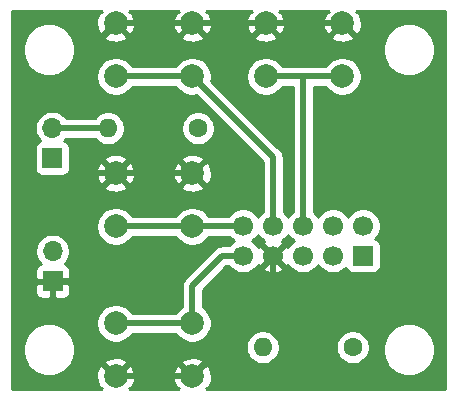
<source format=gbr>
%TF.GenerationSoftware,KiCad,Pcbnew,5.1.8-5.1.8*%
%TF.CreationDate,2022-06-15T01:07:19+02:00*%
%TF.ProjectId,FloppyEmuButtonPanel,466c6f70-7079-4456-9d75-427574746f6e,1.0*%
%TF.SameCoordinates,Original*%
%TF.FileFunction,Copper,L2,Bot*%
%TF.FilePolarity,Positive*%
%FSLAX46Y46*%
G04 Gerber Fmt 4.6, Leading zero omitted, Abs format (unit mm)*
G04 Created by KiCad (PCBNEW 5.1.8-5.1.8) date 2022-06-15 01:07:19*
%MOMM*%
%LPD*%
G01*
G04 APERTURE LIST*
%TA.AperFunction,ComponentPad*%
%ADD10C,1.700000*%
%TD*%
%TA.AperFunction,ComponentPad*%
%ADD11R,1.700000X1.700000*%
%TD*%
%TA.AperFunction,ComponentPad*%
%ADD12C,1.600000*%
%TD*%
%TA.AperFunction,ComponentPad*%
%ADD13O,1.600000X1.600000*%
%TD*%
%TA.AperFunction,ComponentPad*%
%ADD14O,1.700000X1.700000*%
%TD*%
%TA.AperFunction,ComponentPad*%
%ADD15C,2.000000*%
%TD*%
%TA.AperFunction,Conductor*%
%ADD16C,0.500000*%
%TD*%
%TA.AperFunction,Conductor*%
%ADD17C,0.250000*%
%TD*%
%TA.AperFunction,Conductor*%
%ADD18C,0.254000*%
%TD*%
%TA.AperFunction,Conductor*%
%ADD19C,0.100000*%
%TD*%
G04 APERTURE END LIST*
D10*
%TO.P,J1,10*%
%TO.N,/SELECT*%
X122555000Y-85725000D03*
%TO.P,J1,9*%
%TO.N,/NEXT*%
X122555000Y-88265000D03*
%TO.P,J1,8*%
%TO.N,/PREVIOUS*%
X125095000Y-85725000D03*
%TO.P,J1,7*%
%TO.N,GND*%
X125095000Y-88265000D03*
%TO.P,J1,6*%
%TO.N,/RESET*%
X127635000Y-85725000D03*
%TO.P,J1,5*%
%TO.N,Net-(J1-Pad5)*%
X127635000Y-88265000D03*
%TO.P,J1,4*%
%TO.N,/STATUS*%
X130175000Y-85725000D03*
%TO.P,J1,3*%
%TO.N,Net-(J1-Pad3)*%
X130175000Y-88265000D03*
%TO.P,J1,2*%
%TO.N,+5V*%
X132715000Y-85725000D03*
D11*
%TO.P,J1,1*%
%TO.N,Net-(J1-Pad1)*%
X132715000Y-88265000D03*
%TD*%
D12*
%TO.P,R2,1*%
%TO.N,+5V*%
X131826000Y-96012000D03*
D13*
%TO.P,R2,2*%
%TO.N,Net-(D2-Pad2)*%
X124206000Y-96012000D03*
%TD*%
D11*
%TO.P,D2,1*%
%TO.N,GND*%
X106426000Y-90424000D03*
D14*
%TO.P,D2,2*%
%TO.N,Net-(D2-Pad2)*%
X106426000Y-87884000D03*
%TD*%
D12*
%TO.P,R1,1*%
%TO.N,+5V*%
X118745000Y-77470000D03*
D13*
%TO.P,R1,2*%
%TO.N,Net-(D1-Pad2)*%
X111125000Y-77470000D03*
%TD*%
D11*
%TO.P,D1,1*%
%TO.N,/STATUS*%
X106400000Y-80000000D03*
D14*
%TO.P,D1,2*%
%TO.N,Net-(D1-Pad2)*%
X106400000Y-77460000D03*
%TD*%
D15*
%TO.P,SW1,1*%
%TO.N,GND*%
X118260000Y-68580000D03*
%TO.P,SW1,2*%
%TO.N,/PREVIOUS*%
X118260000Y-73080000D03*
%TO.P,SW1,1*%
%TO.N,GND*%
X111760000Y-68580000D03*
%TO.P,SW1,2*%
%TO.N,/PREVIOUS*%
X111760000Y-73080000D03*
%TD*%
%TO.P,SW2,2*%
%TO.N,/SELECT*%
X111760000Y-85780000D03*
%TO.P,SW2,1*%
%TO.N,GND*%
X111760000Y-81280000D03*
%TO.P,SW2,2*%
%TO.N,/SELECT*%
X118260000Y-85780000D03*
%TO.P,SW2,1*%
%TO.N,GND*%
X118260000Y-81280000D03*
%TD*%
%TO.P,SW3,1*%
%TO.N,/NEXT*%
X118260000Y-93980000D03*
%TO.P,SW3,2*%
%TO.N,GND*%
X118260000Y-98480000D03*
%TO.P,SW3,1*%
%TO.N,/NEXT*%
X111760000Y-93980000D03*
%TO.P,SW3,2*%
%TO.N,GND*%
X111760000Y-98480000D03*
%TD*%
%TO.P,SW4,2*%
%TO.N,/RESET*%
X124460000Y-73080000D03*
%TO.P,SW4,1*%
%TO.N,GND*%
X124460000Y-68580000D03*
%TO.P,SW4,2*%
%TO.N,/RESET*%
X130960000Y-73080000D03*
%TO.P,SW4,1*%
%TO.N,GND*%
X130960000Y-68580000D03*
%TD*%
D16*
%TO.N,/SELECT*%
X118618000Y-86138000D02*
X118260000Y-85780000D01*
X118260000Y-85780000D02*
X111760000Y-85780000D01*
X118260000Y-85780000D02*
X120341000Y-85780000D01*
X122272038Y-85780000D02*
X122441019Y-85611019D01*
X118260000Y-85780000D02*
X122272038Y-85780000D01*
%TO.N,/PREVIOUS*%
X111760000Y-73080000D02*
X118260000Y-73080000D01*
X118260000Y-73080000D02*
X124809000Y-79629000D01*
X125095000Y-85725000D02*
X125095000Y-79915000D01*
X125095000Y-79915000D02*
X124809000Y-79629000D01*
%TO.N,/RESET*%
X127635000Y-73135000D02*
X127690000Y-73080000D01*
X127635000Y-76835000D02*
X127635000Y-73135000D01*
X127690000Y-73080000D02*
X130960000Y-73080000D01*
X124460000Y-73080000D02*
X127690000Y-73080000D01*
X127635000Y-85725000D02*
X127635000Y-76835000D01*
X127635000Y-76835000D02*
X127635000Y-76255000D01*
D17*
%TO.N,GND*%
X111760000Y-68580000D02*
X124460000Y-68580000D01*
X124460000Y-68580000D02*
X130960000Y-68580000D01*
D16*
X111760000Y-68580000D02*
X130960000Y-68580000D01*
X111760000Y-98480000D02*
X118260000Y-98480000D01*
X125095000Y-91645000D02*
X125095000Y-88265000D01*
X118260000Y-98480000D02*
X125095000Y-91645000D01*
X109855000Y-81280000D02*
X114935000Y-81280000D01*
X114935000Y-81280000D02*
X118260000Y-81280000D01*
X109855000Y-96520000D02*
X109855000Y-91440000D01*
X111760000Y-98480000D02*
X109855000Y-96575000D01*
X109855000Y-96575000D02*
X109855000Y-95250000D01*
X110490000Y-69850000D02*
X111760000Y-68580000D01*
X109855000Y-74295000D02*
X109855000Y-70485000D01*
X111125000Y-75565000D02*
X109855000Y-74295000D01*
X113665000Y-75565000D02*
X111125000Y-75565000D01*
X109855000Y-70485000D02*
X110490000Y-69850000D01*
X114935000Y-76835000D02*
X113665000Y-75565000D01*
X114935000Y-81280000D02*
X114935000Y-76835000D01*
X109728000Y-90424000D02*
X109855000Y-90551000D01*
X106426000Y-90424000D02*
X109728000Y-90424000D01*
X109855000Y-90551000D02*
X109855000Y-81280000D01*
X109855000Y-91440000D02*
X109855000Y-90551000D01*
%TO.N,/NEXT*%
X118260000Y-93980000D02*
X111760000Y-93980000D01*
X118260000Y-93980000D02*
X118260000Y-90782000D01*
X122555000Y-88265000D02*
X120777000Y-88265000D01*
X118260000Y-90782000D02*
X120777000Y-88265000D01*
%TO.N,Net-(D1-Pad2)*%
X111115000Y-77460000D02*
X111125000Y-77470000D01*
X106400000Y-77460000D02*
X111115000Y-77460000D01*
%TD*%
D18*
%TO.N,GND*%
X110624585Y-67624193D02*
X110360186Y-67719956D01*
X110219296Y-68009571D01*
X110137616Y-68321108D01*
X110118282Y-68642595D01*
X110162039Y-68961675D01*
X110267205Y-69266088D01*
X110360186Y-69440044D01*
X110624587Y-69535808D01*
X111580395Y-68580000D01*
X111566253Y-68565858D01*
X111745858Y-68386253D01*
X111760000Y-68400395D01*
X111774143Y-68386253D01*
X111953748Y-68565858D01*
X111939605Y-68580000D01*
X112895413Y-69535808D01*
X113159814Y-69440044D01*
X113300704Y-69150429D01*
X113382384Y-68838892D01*
X113401718Y-68517405D01*
X113357961Y-68198325D01*
X113252795Y-67893912D01*
X113159814Y-67719956D01*
X112895415Y-67624193D01*
X112959608Y-67560000D01*
X117060392Y-67560000D01*
X117124585Y-67624193D01*
X116860186Y-67719956D01*
X116719296Y-68009571D01*
X116637616Y-68321108D01*
X116618282Y-68642595D01*
X116662039Y-68961675D01*
X116767205Y-69266088D01*
X116860186Y-69440044D01*
X117124587Y-69535808D01*
X118080395Y-68580000D01*
X118066253Y-68565858D01*
X118245858Y-68386253D01*
X118260000Y-68400395D01*
X118274143Y-68386253D01*
X118453748Y-68565858D01*
X118439605Y-68580000D01*
X119395413Y-69535808D01*
X119659814Y-69440044D01*
X119800704Y-69150429D01*
X119882384Y-68838892D01*
X119901718Y-68517405D01*
X119857961Y-68198325D01*
X119752795Y-67893912D01*
X119659814Y-67719956D01*
X119395415Y-67624193D01*
X119459608Y-67560000D01*
X123260392Y-67560000D01*
X123324585Y-67624193D01*
X123060186Y-67719956D01*
X122919296Y-68009571D01*
X122837616Y-68321108D01*
X122818282Y-68642595D01*
X122862039Y-68961675D01*
X122967205Y-69266088D01*
X123060186Y-69440044D01*
X123324587Y-69535808D01*
X124280395Y-68580000D01*
X124266253Y-68565858D01*
X124445858Y-68386253D01*
X124460000Y-68400395D01*
X124474143Y-68386253D01*
X124653748Y-68565858D01*
X124639605Y-68580000D01*
X125595413Y-69535808D01*
X125859814Y-69440044D01*
X126000704Y-69150429D01*
X126082384Y-68838892D01*
X126101718Y-68517405D01*
X126057961Y-68198325D01*
X125952795Y-67893912D01*
X125859814Y-67719956D01*
X125595415Y-67624193D01*
X125659608Y-67560000D01*
X129760392Y-67560000D01*
X129824585Y-67624193D01*
X129560186Y-67719956D01*
X129419296Y-68009571D01*
X129337616Y-68321108D01*
X129318282Y-68642595D01*
X129362039Y-68961675D01*
X129467205Y-69266088D01*
X129560186Y-69440044D01*
X129824587Y-69535808D01*
X130780395Y-68580000D01*
X130766253Y-68565858D01*
X130945858Y-68386253D01*
X130960000Y-68400395D01*
X130974143Y-68386253D01*
X131153748Y-68565858D01*
X131139605Y-68580000D01*
X132095413Y-69535808D01*
X132359814Y-69440044D01*
X132500704Y-69150429D01*
X132582384Y-68838892D01*
X132601718Y-68517405D01*
X132557961Y-68198325D01*
X132452795Y-67893912D01*
X132359814Y-67719956D01*
X132095415Y-67624193D01*
X132159608Y-67560000D01*
X139640001Y-67560000D01*
X139640000Y-99540000D01*
X119499608Y-99540000D01*
X119395415Y-99435807D01*
X119659814Y-99340044D01*
X119800704Y-99050429D01*
X119882384Y-98738892D01*
X119901718Y-98417405D01*
X119857961Y-98098325D01*
X119752795Y-97793912D01*
X119659814Y-97619956D01*
X119395413Y-97524192D01*
X118439605Y-98480000D01*
X118453748Y-98494143D01*
X118274143Y-98673748D01*
X118260000Y-98659605D01*
X118245858Y-98673748D01*
X118066253Y-98494143D01*
X118080395Y-98480000D01*
X117124587Y-97524192D01*
X116860186Y-97619956D01*
X116719296Y-97909571D01*
X116637616Y-98221108D01*
X116618282Y-98542595D01*
X116662039Y-98861675D01*
X116767205Y-99166088D01*
X116860186Y-99340044D01*
X117124585Y-99435807D01*
X117020392Y-99540000D01*
X112999608Y-99540000D01*
X112895415Y-99435807D01*
X113159814Y-99340044D01*
X113300704Y-99050429D01*
X113382384Y-98738892D01*
X113401718Y-98417405D01*
X113357961Y-98098325D01*
X113252795Y-97793912D01*
X113159814Y-97619956D01*
X112895413Y-97524192D01*
X111939605Y-98480000D01*
X111953748Y-98494143D01*
X111774143Y-98673748D01*
X111760000Y-98659605D01*
X111745858Y-98673748D01*
X111566253Y-98494143D01*
X111580395Y-98480000D01*
X110624587Y-97524192D01*
X110360186Y-97619956D01*
X110219296Y-97909571D01*
X110137616Y-98221108D01*
X110118282Y-98542595D01*
X110162039Y-98861675D01*
X110267205Y-99166088D01*
X110360186Y-99340044D01*
X110624585Y-99435807D01*
X110520392Y-99540000D01*
X103022000Y-99540000D01*
X103022000Y-96009872D01*
X103885000Y-96009872D01*
X103885000Y-96450128D01*
X103970890Y-96881925D01*
X104139369Y-97288669D01*
X104383962Y-97654729D01*
X104695271Y-97966038D01*
X105061331Y-98210631D01*
X105468075Y-98379110D01*
X105899872Y-98465000D01*
X106340128Y-98465000D01*
X106771925Y-98379110D01*
X107178669Y-98210631D01*
X107544729Y-97966038D01*
X107856038Y-97654729D01*
X108063267Y-97344587D01*
X110804192Y-97344587D01*
X111760000Y-98300395D01*
X112715808Y-97344587D01*
X117304192Y-97344587D01*
X118260000Y-98300395D01*
X119215808Y-97344587D01*
X119120044Y-97080186D01*
X118830429Y-96939296D01*
X118518892Y-96857616D01*
X118197405Y-96838282D01*
X117878325Y-96882039D01*
X117573912Y-96987205D01*
X117399956Y-97080186D01*
X117304192Y-97344587D01*
X112715808Y-97344587D01*
X112620044Y-97080186D01*
X112330429Y-96939296D01*
X112018892Y-96857616D01*
X111697405Y-96838282D01*
X111378325Y-96882039D01*
X111073912Y-96987205D01*
X110899956Y-97080186D01*
X110804192Y-97344587D01*
X108063267Y-97344587D01*
X108100631Y-97288669D01*
X108269110Y-96881925D01*
X108355000Y-96450128D01*
X108355000Y-96009872D01*
X108327310Y-95870665D01*
X122771000Y-95870665D01*
X122771000Y-96153335D01*
X122826147Y-96430574D01*
X122934320Y-96691727D01*
X123091363Y-96926759D01*
X123291241Y-97126637D01*
X123526273Y-97283680D01*
X123787426Y-97391853D01*
X124064665Y-97447000D01*
X124347335Y-97447000D01*
X124624574Y-97391853D01*
X124885727Y-97283680D01*
X125120759Y-97126637D01*
X125320637Y-96926759D01*
X125477680Y-96691727D01*
X125585853Y-96430574D01*
X125641000Y-96153335D01*
X125641000Y-95870665D01*
X130391000Y-95870665D01*
X130391000Y-96153335D01*
X130446147Y-96430574D01*
X130554320Y-96691727D01*
X130711363Y-96926759D01*
X130911241Y-97126637D01*
X131146273Y-97283680D01*
X131407426Y-97391853D01*
X131684665Y-97447000D01*
X131967335Y-97447000D01*
X132244574Y-97391853D01*
X132505727Y-97283680D01*
X132740759Y-97126637D01*
X132940637Y-96926759D01*
X133097680Y-96691727D01*
X133205853Y-96430574D01*
X133261000Y-96153335D01*
X133261000Y-96009872D01*
X134365000Y-96009872D01*
X134365000Y-96450128D01*
X134450890Y-96881925D01*
X134619369Y-97288669D01*
X134863962Y-97654729D01*
X135175271Y-97966038D01*
X135541331Y-98210631D01*
X135948075Y-98379110D01*
X136379872Y-98465000D01*
X136820128Y-98465000D01*
X137251925Y-98379110D01*
X137658669Y-98210631D01*
X138024729Y-97966038D01*
X138336038Y-97654729D01*
X138580631Y-97288669D01*
X138749110Y-96881925D01*
X138835000Y-96450128D01*
X138835000Y-96009872D01*
X138749110Y-95578075D01*
X138580631Y-95171331D01*
X138336038Y-94805271D01*
X138024729Y-94493962D01*
X137658669Y-94249369D01*
X137251925Y-94080890D01*
X136820128Y-93995000D01*
X136379872Y-93995000D01*
X135948075Y-94080890D01*
X135541331Y-94249369D01*
X135175271Y-94493962D01*
X134863962Y-94805271D01*
X134619369Y-95171331D01*
X134450890Y-95578075D01*
X134365000Y-96009872D01*
X133261000Y-96009872D01*
X133261000Y-95870665D01*
X133205853Y-95593426D01*
X133097680Y-95332273D01*
X132940637Y-95097241D01*
X132740759Y-94897363D01*
X132505727Y-94740320D01*
X132244574Y-94632147D01*
X131967335Y-94577000D01*
X131684665Y-94577000D01*
X131407426Y-94632147D01*
X131146273Y-94740320D01*
X130911241Y-94897363D01*
X130711363Y-95097241D01*
X130554320Y-95332273D01*
X130446147Y-95593426D01*
X130391000Y-95870665D01*
X125641000Y-95870665D01*
X125585853Y-95593426D01*
X125477680Y-95332273D01*
X125320637Y-95097241D01*
X125120759Y-94897363D01*
X124885727Y-94740320D01*
X124624574Y-94632147D01*
X124347335Y-94577000D01*
X124064665Y-94577000D01*
X123787426Y-94632147D01*
X123526273Y-94740320D01*
X123291241Y-94897363D01*
X123091363Y-95097241D01*
X122934320Y-95332273D01*
X122826147Y-95593426D01*
X122771000Y-95870665D01*
X108327310Y-95870665D01*
X108269110Y-95578075D01*
X108100631Y-95171331D01*
X107856038Y-94805271D01*
X107544729Y-94493962D01*
X107178669Y-94249369D01*
X106771925Y-94080890D01*
X106340128Y-93995000D01*
X105899872Y-93995000D01*
X105468075Y-94080890D01*
X105061331Y-94249369D01*
X104695271Y-94493962D01*
X104383962Y-94805271D01*
X104139369Y-95171331D01*
X103970890Y-95578075D01*
X103885000Y-96009872D01*
X103022000Y-96009872D01*
X103022000Y-91274000D01*
X104937928Y-91274000D01*
X104950188Y-91398482D01*
X104986498Y-91518180D01*
X105045463Y-91628494D01*
X105124815Y-91725185D01*
X105221506Y-91804537D01*
X105331820Y-91863502D01*
X105451518Y-91899812D01*
X105576000Y-91912072D01*
X106140250Y-91909000D01*
X106299000Y-91750250D01*
X106299000Y-90551000D01*
X106553000Y-90551000D01*
X106553000Y-91750250D01*
X106711750Y-91909000D01*
X107276000Y-91912072D01*
X107400482Y-91899812D01*
X107520180Y-91863502D01*
X107630494Y-91804537D01*
X107727185Y-91725185D01*
X107806537Y-91628494D01*
X107865502Y-91518180D01*
X107901812Y-91398482D01*
X107914072Y-91274000D01*
X107911000Y-90709750D01*
X107752250Y-90551000D01*
X106553000Y-90551000D01*
X106299000Y-90551000D01*
X105099750Y-90551000D01*
X104941000Y-90709750D01*
X104937928Y-91274000D01*
X103022000Y-91274000D01*
X103022000Y-89574000D01*
X104937928Y-89574000D01*
X104941000Y-90138250D01*
X105099750Y-90297000D01*
X106299000Y-90297000D01*
X106299000Y-90277000D01*
X106553000Y-90277000D01*
X106553000Y-90297000D01*
X107752250Y-90297000D01*
X107911000Y-90138250D01*
X107914072Y-89574000D01*
X107901812Y-89449518D01*
X107865502Y-89329820D01*
X107806537Y-89219506D01*
X107727185Y-89122815D01*
X107630494Y-89043463D01*
X107520180Y-88984498D01*
X107447620Y-88962487D01*
X107579475Y-88830632D01*
X107741990Y-88587411D01*
X107853932Y-88317158D01*
X107911000Y-88030260D01*
X107911000Y-87737740D01*
X107853932Y-87450842D01*
X107741990Y-87180589D01*
X107579475Y-86937368D01*
X107372632Y-86730525D01*
X107129411Y-86568010D01*
X106859158Y-86456068D01*
X106572260Y-86399000D01*
X106279740Y-86399000D01*
X105992842Y-86456068D01*
X105722589Y-86568010D01*
X105479368Y-86730525D01*
X105272525Y-86937368D01*
X105110010Y-87180589D01*
X104998068Y-87450842D01*
X104941000Y-87737740D01*
X104941000Y-88030260D01*
X104998068Y-88317158D01*
X105110010Y-88587411D01*
X105272525Y-88830632D01*
X105404380Y-88962487D01*
X105331820Y-88984498D01*
X105221506Y-89043463D01*
X105124815Y-89122815D01*
X105045463Y-89219506D01*
X104986498Y-89329820D01*
X104950188Y-89449518D01*
X104937928Y-89574000D01*
X103022000Y-89574000D01*
X103022000Y-82415413D01*
X110804192Y-82415413D01*
X110899956Y-82679814D01*
X111189571Y-82820704D01*
X111501108Y-82902384D01*
X111822595Y-82921718D01*
X112141675Y-82877961D01*
X112446088Y-82772795D01*
X112620044Y-82679814D01*
X112715808Y-82415413D01*
X117304192Y-82415413D01*
X117399956Y-82679814D01*
X117689571Y-82820704D01*
X118001108Y-82902384D01*
X118322595Y-82921718D01*
X118641675Y-82877961D01*
X118946088Y-82772795D01*
X119120044Y-82679814D01*
X119215808Y-82415413D01*
X118260000Y-81459605D01*
X117304192Y-82415413D01*
X112715808Y-82415413D01*
X111760000Y-81459605D01*
X110804192Y-82415413D01*
X103022000Y-82415413D01*
X103022000Y-79150000D01*
X104911928Y-79150000D01*
X104911928Y-80850000D01*
X104924188Y-80974482D01*
X104960498Y-81094180D01*
X105019463Y-81204494D01*
X105098815Y-81301185D01*
X105195506Y-81380537D01*
X105305820Y-81439502D01*
X105425518Y-81475812D01*
X105550000Y-81488072D01*
X107250000Y-81488072D01*
X107374482Y-81475812D01*
X107494180Y-81439502D01*
X107604494Y-81380537D01*
X107650726Y-81342595D01*
X110118282Y-81342595D01*
X110162039Y-81661675D01*
X110267205Y-81966088D01*
X110360186Y-82140044D01*
X110624587Y-82235808D01*
X111580395Y-81280000D01*
X111939605Y-81280000D01*
X112895413Y-82235808D01*
X113159814Y-82140044D01*
X113300704Y-81850429D01*
X113382384Y-81538892D01*
X113394189Y-81342595D01*
X116618282Y-81342595D01*
X116662039Y-81661675D01*
X116767205Y-81966088D01*
X116860186Y-82140044D01*
X117124587Y-82235808D01*
X118080395Y-81280000D01*
X118439605Y-81280000D01*
X119395413Y-82235808D01*
X119659814Y-82140044D01*
X119800704Y-81850429D01*
X119882384Y-81538892D01*
X119901718Y-81217405D01*
X119857961Y-80898325D01*
X119752795Y-80593912D01*
X119659814Y-80419956D01*
X119395413Y-80324192D01*
X118439605Y-81280000D01*
X118080395Y-81280000D01*
X117124587Y-80324192D01*
X116860186Y-80419956D01*
X116719296Y-80709571D01*
X116637616Y-81021108D01*
X116618282Y-81342595D01*
X113394189Y-81342595D01*
X113401718Y-81217405D01*
X113357961Y-80898325D01*
X113252795Y-80593912D01*
X113159814Y-80419956D01*
X112895413Y-80324192D01*
X111939605Y-81280000D01*
X111580395Y-81280000D01*
X110624587Y-80324192D01*
X110360186Y-80419956D01*
X110219296Y-80709571D01*
X110137616Y-81021108D01*
X110118282Y-81342595D01*
X107650726Y-81342595D01*
X107701185Y-81301185D01*
X107780537Y-81204494D01*
X107839502Y-81094180D01*
X107875812Y-80974482D01*
X107888072Y-80850000D01*
X107888072Y-80144587D01*
X110804192Y-80144587D01*
X111760000Y-81100395D01*
X112715808Y-80144587D01*
X117304192Y-80144587D01*
X118260000Y-81100395D01*
X119215808Y-80144587D01*
X119120044Y-79880186D01*
X118830429Y-79739296D01*
X118518892Y-79657616D01*
X118197405Y-79638282D01*
X117878325Y-79682039D01*
X117573912Y-79787205D01*
X117399956Y-79880186D01*
X117304192Y-80144587D01*
X112715808Y-80144587D01*
X112620044Y-79880186D01*
X112330429Y-79739296D01*
X112018892Y-79657616D01*
X111697405Y-79638282D01*
X111378325Y-79682039D01*
X111073912Y-79787205D01*
X110899956Y-79880186D01*
X110804192Y-80144587D01*
X107888072Y-80144587D01*
X107888072Y-79150000D01*
X107875812Y-79025518D01*
X107839502Y-78905820D01*
X107780537Y-78795506D01*
X107701185Y-78698815D01*
X107604494Y-78619463D01*
X107494180Y-78560498D01*
X107421620Y-78538487D01*
X107553475Y-78406632D01*
X107594656Y-78345000D01*
X109983797Y-78345000D01*
X110010363Y-78384759D01*
X110210241Y-78584637D01*
X110445273Y-78741680D01*
X110706426Y-78849853D01*
X110983665Y-78905000D01*
X111266335Y-78905000D01*
X111543574Y-78849853D01*
X111804727Y-78741680D01*
X112039759Y-78584637D01*
X112239637Y-78384759D01*
X112396680Y-78149727D01*
X112504853Y-77888574D01*
X112560000Y-77611335D01*
X112560000Y-77328665D01*
X117310000Y-77328665D01*
X117310000Y-77611335D01*
X117365147Y-77888574D01*
X117473320Y-78149727D01*
X117630363Y-78384759D01*
X117830241Y-78584637D01*
X118065273Y-78741680D01*
X118326426Y-78849853D01*
X118603665Y-78905000D01*
X118886335Y-78905000D01*
X119163574Y-78849853D01*
X119424727Y-78741680D01*
X119659759Y-78584637D01*
X119859637Y-78384759D01*
X120016680Y-78149727D01*
X120124853Y-77888574D01*
X120180000Y-77611335D01*
X120180000Y-77328665D01*
X120124853Y-77051426D01*
X120016680Y-76790273D01*
X119859637Y-76555241D01*
X119659759Y-76355363D01*
X119424727Y-76198320D01*
X119163574Y-76090147D01*
X118886335Y-76035000D01*
X118603665Y-76035000D01*
X118326426Y-76090147D01*
X118065273Y-76198320D01*
X117830241Y-76355363D01*
X117630363Y-76555241D01*
X117473320Y-76790273D01*
X117365147Y-77051426D01*
X117310000Y-77328665D01*
X112560000Y-77328665D01*
X112504853Y-77051426D01*
X112396680Y-76790273D01*
X112239637Y-76555241D01*
X112039759Y-76355363D01*
X111804727Y-76198320D01*
X111543574Y-76090147D01*
X111266335Y-76035000D01*
X110983665Y-76035000D01*
X110706426Y-76090147D01*
X110445273Y-76198320D01*
X110210241Y-76355363D01*
X110010363Y-76555241D01*
X109997160Y-76575000D01*
X107594656Y-76575000D01*
X107553475Y-76513368D01*
X107346632Y-76306525D01*
X107103411Y-76144010D01*
X106833158Y-76032068D01*
X106546260Y-75975000D01*
X106253740Y-75975000D01*
X105966842Y-76032068D01*
X105696589Y-76144010D01*
X105453368Y-76306525D01*
X105246525Y-76513368D01*
X105084010Y-76756589D01*
X104972068Y-77026842D01*
X104915000Y-77313740D01*
X104915000Y-77606260D01*
X104972068Y-77893158D01*
X105084010Y-78163411D01*
X105246525Y-78406632D01*
X105378380Y-78538487D01*
X105305820Y-78560498D01*
X105195506Y-78619463D01*
X105098815Y-78698815D01*
X105019463Y-78795506D01*
X104960498Y-78905820D01*
X104924188Y-79025518D01*
X104911928Y-79150000D01*
X103022000Y-79150000D01*
X103022000Y-70609872D01*
X103885000Y-70609872D01*
X103885000Y-71050128D01*
X103970890Y-71481925D01*
X104139369Y-71888669D01*
X104383962Y-72254729D01*
X104695271Y-72566038D01*
X105061331Y-72810631D01*
X105468075Y-72979110D01*
X105899872Y-73065000D01*
X106340128Y-73065000D01*
X106771925Y-72979110D01*
X106917122Y-72918967D01*
X110125000Y-72918967D01*
X110125000Y-73241033D01*
X110187832Y-73556912D01*
X110311082Y-73854463D01*
X110490013Y-74122252D01*
X110717748Y-74349987D01*
X110985537Y-74528918D01*
X111283088Y-74652168D01*
X111598967Y-74715000D01*
X111921033Y-74715000D01*
X112236912Y-74652168D01*
X112534463Y-74528918D01*
X112802252Y-74349987D01*
X113029987Y-74122252D01*
X113135059Y-73965000D01*
X116884941Y-73965000D01*
X116990013Y-74122252D01*
X117217748Y-74349987D01*
X117485537Y-74528918D01*
X117783088Y-74652168D01*
X118098967Y-74715000D01*
X118421033Y-74715000D01*
X118606525Y-74678103D01*
X124210001Y-80281580D01*
X124210000Y-84530344D01*
X124148368Y-84571525D01*
X123941525Y-84778368D01*
X123825000Y-84952760D01*
X123708475Y-84778368D01*
X123501632Y-84571525D01*
X123258411Y-84409010D01*
X122988158Y-84297068D01*
X122701260Y-84240000D01*
X122408740Y-84240000D01*
X122121842Y-84297068D01*
X121851589Y-84409010D01*
X121608368Y-84571525D01*
X121401525Y-84778368D01*
X121323594Y-84895000D01*
X119635059Y-84895000D01*
X119529987Y-84737748D01*
X119302252Y-84510013D01*
X119034463Y-84331082D01*
X118736912Y-84207832D01*
X118421033Y-84145000D01*
X118098967Y-84145000D01*
X117783088Y-84207832D01*
X117485537Y-84331082D01*
X117217748Y-84510013D01*
X116990013Y-84737748D01*
X116884941Y-84895000D01*
X113135059Y-84895000D01*
X113029987Y-84737748D01*
X112802252Y-84510013D01*
X112534463Y-84331082D01*
X112236912Y-84207832D01*
X111921033Y-84145000D01*
X111598967Y-84145000D01*
X111283088Y-84207832D01*
X110985537Y-84331082D01*
X110717748Y-84510013D01*
X110490013Y-84737748D01*
X110311082Y-85005537D01*
X110187832Y-85303088D01*
X110125000Y-85618967D01*
X110125000Y-85941033D01*
X110187832Y-86256912D01*
X110311082Y-86554463D01*
X110490013Y-86822252D01*
X110717748Y-87049987D01*
X110985537Y-87228918D01*
X111283088Y-87352168D01*
X111598967Y-87415000D01*
X111921033Y-87415000D01*
X112236912Y-87352168D01*
X112534463Y-87228918D01*
X112802252Y-87049987D01*
X113029987Y-86822252D01*
X113135059Y-86665000D01*
X116884941Y-86665000D01*
X116990013Y-86822252D01*
X117217748Y-87049987D01*
X117485537Y-87228918D01*
X117783088Y-87352168D01*
X118098967Y-87415000D01*
X118421033Y-87415000D01*
X118736912Y-87352168D01*
X119034463Y-87228918D01*
X119302252Y-87049987D01*
X119529987Y-86822252D01*
X119635059Y-86665000D01*
X121397094Y-86665000D01*
X121401525Y-86671632D01*
X121608368Y-86878475D01*
X121782760Y-86995000D01*
X121608368Y-87111525D01*
X121401525Y-87318368D01*
X121360344Y-87380000D01*
X120820469Y-87380000D01*
X120777000Y-87375719D01*
X120733531Y-87380000D01*
X120733523Y-87380000D01*
X120603510Y-87392805D01*
X120436686Y-87443411D01*
X120282941Y-87525589D01*
X120181953Y-87608468D01*
X120181951Y-87608470D01*
X120148183Y-87636183D01*
X120120470Y-87669951D01*
X117664951Y-90125471D01*
X117631184Y-90153183D01*
X117603471Y-90186951D01*
X117603468Y-90186954D01*
X117520590Y-90287941D01*
X117438412Y-90441687D01*
X117387805Y-90608510D01*
X117370719Y-90782000D01*
X117375001Y-90825479D01*
X117375000Y-92604940D01*
X117217748Y-92710013D01*
X116990013Y-92937748D01*
X116884941Y-93095000D01*
X113135059Y-93095000D01*
X113029987Y-92937748D01*
X112802252Y-92710013D01*
X112534463Y-92531082D01*
X112236912Y-92407832D01*
X111921033Y-92345000D01*
X111598967Y-92345000D01*
X111283088Y-92407832D01*
X110985537Y-92531082D01*
X110717748Y-92710013D01*
X110490013Y-92937748D01*
X110311082Y-93205537D01*
X110187832Y-93503088D01*
X110125000Y-93818967D01*
X110125000Y-94141033D01*
X110187832Y-94456912D01*
X110311082Y-94754463D01*
X110490013Y-95022252D01*
X110717748Y-95249987D01*
X110985537Y-95428918D01*
X111283088Y-95552168D01*
X111598967Y-95615000D01*
X111921033Y-95615000D01*
X112236912Y-95552168D01*
X112534463Y-95428918D01*
X112802252Y-95249987D01*
X113029987Y-95022252D01*
X113135059Y-94865000D01*
X116884941Y-94865000D01*
X116990013Y-95022252D01*
X117217748Y-95249987D01*
X117485537Y-95428918D01*
X117783088Y-95552168D01*
X118098967Y-95615000D01*
X118421033Y-95615000D01*
X118736912Y-95552168D01*
X119034463Y-95428918D01*
X119302252Y-95249987D01*
X119529987Y-95022252D01*
X119708918Y-94754463D01*
X119832168Y-94456912D01*
X119895000Y-94141033D01*
X119895000Y-93818967D01*
X119832168Y-93503088D01*
X119708918Y-93205537D01*
X119529987Y-92937748D01*
X119302252Y-92710013D01*
X119145000Y-92604941D01*
X119145000Y-91148578D01*
X121143579Y-89150000D01*
X121360344Y-89150000D01*
X121401525Y-89211632D01*
X121608368Y-89418475D01*
X121851589Y-89580990D01*
X122121842Y-89692932D01*
X122408740Y-89750000D01*
X122701260Y-89750000D01*
X122988158Y-89692932D01*
X123258411Y-89580990D01*
X123501632Y-89418475D01*
X123626710Y-89293397D01*
X124246208Y-89293397D01*
X124323843Y-89542472D01*
X124587883Y-89668371D01*
X124871411Y-89740339D01*
X125163531Y-89755611D01*
X125453019Y-89713599D01*
X125728747Y-89615919D01*
X125866157Y-89542472D01*
X125943792Y-89293397D01*
X125095000Y-88444605D01*
X124246208Y-89293397D01*
X123626710Y-89293397D01*
X123708475Y-89211632D01*
X123824311Y-89038271D01*
X124066603Y-89113792D01*
X124915395Y-88265000D01*
X124066603Y-87416208D01*
X123824311Y-87491729D01*
X123708475Y-87318368D01*
X123501632Y-87111525D01*
X123327240Y-86995000D01*
X123501632Y-86878475D01*
X123708475Y-86671632D01*
X123825000Y-86497240D01*
X123941525Y-86671632D01*
X124148368Y-86878475D01*
X124321729Y-86994311D01*
X124246208Y-87236603D01*
X125095000Y-88085395D01*
X125943792Y-87236603D01*
X125868271Y-86994311D01*
X126041632Y-86878475D01*
X126248475Y-86671632D01*
X126365000Y-86497240D01*
X126481525Y-86671632D01*
X126688368Y-86878475D01*
X126862760Y-86995000D01*
X126688368Y-87111525D01*
X126481525Y-87318368D01*
X126365689Y-87491729D01*
X126123397Y-87416208D01*
X125274605Y-88265000D01*
X126123397Y-89113792D01*
X126365689Y-89038271D01*
X126481525Y-89211632D01*
X126688368Y-89418475D01*
X126931589Y-89580990D01*
X127201842Y-89692932D01*
X127488740Y-89750000D01*
X127781260Y-89750000D01*
X128068158Y-89692932D01*
X128338411Y-89580990D01*
X128581632Y-89418475D01*
X128788475Y-89211632D01*
X128905000Y-89037240D01*
X129021525Y-89211632D01*
X129228368Y-89418475D01*
X129471589Y-89580990D01*
X129741842Y-89692932D01*
X130028740Y-89750000D01*
X130321260Y-89750000D01*
X130608158Y-89692932D01*
X130878411Y-89580990D01*
X131121632Y-89418475D01*
X131253487Y-89286620D01*
X131275498Y-89359180D01*
X131334463Y-89469494D01*
X131413815Y-89566185D01*
X131510506Y-89645537D01*
X131620820Y-89704502D01*
X131740518Y-89740812D01*
X131865000Y-89753072D01*
X133565000Y-89753072D01*
X133689482Y-89740812D01*
X133809180Y-89704502D01*
X133919494Y-89645537D01*
X134016185Y-89566185D01*
X134095537Y-89469494D01*
X134154502Y-89359180D01*
X134190812Y-89239482D01*
X134203072Y-89115000D01*
X134203072Y-87415000D01*
X134190812Y-87290518D01*
X134154502Y-87170820D01*
X134095537Y-87060506D01*
X134016185Y-86963815D01*
X133919494Y-86884463D01*
X133809180Y-86825498D01*
X133736620Y-86803487D01*
X133868475Y-86671632D01*
X134030990Y-86428411D01*
X134142932Y-86158158D01*
X134200000Y-85871260D01*
X134200000Y-85578740D01*
X134142932Y-85291842D01*
X134030990Y-85021589D01*
X133868475Y-84778368D01*
X133661632Y-84571525D01*
X133418411Y-84409010D01*
X133148158Y-84297068D01*
X132861260Y-84240000D01*
X132568740Y-84240000D01*
X132281842Y-84297068D01*
X132011589Y-84409010D01*
X131768368Y-84571525D01*
X131561525Y-84778368D01*
X131445000Y-84952760D01*
X131328475Y-84778368D01*
X131121632Y-84571525D01*
X130878411Y-84409010D01*
X130608158Y-84297068D01*
X130321260Y-84240000D01*
X130028740Y-84240000D01*
X129741842Y-84297068D01*
X129471589Y-84409010D01*
X129228368Y-84571525D01*
X129021525Y-84778368D01*
X128905000Y-84952760D01*
X128788475Y-84778368D01*
X128581632Y-84571525D01*
X128520000Y-84530344D01*
X128520000Y-73965000D01*
X129584941Y-73965000D01*
X129690013Y-74122252D01*
X129917748Y-74349987D01*
X130185537Y-74528918D01*
X130483088Y-74652168D01*
X130798967Y-74715000D01*
X131121033Y-74715000D01*
X131436912Y-74652168D01*
X131734463Y-74528918D01*
X132002252Y-74349987D01*
X132229987Y-74122252D01*
X132408918Y-73854463D01*
X132532168Y-73556912D01*
X132595000Y-73241033D01*
X132595000Y-72918967D01*
X132532168Y-72603088D01*
X132408918Y-72305537D01*
X132229987Y-72037748D01*
X132002252Y-71810013D01*
X131734463Y-71631082D01*
X131436912Y-71507832D01*
X131121033Y-71445000D01*
X130798967Y-71445000D01*
X130483088Y-71507832D01*
X130185537Y-71631082D01*
X129917748Y-71810013D01*
X129690013Y-72037748D01*
X129584941Y-72195000D01*
X127733469Y-72195000D01*
X127690000Y-72190719D01*
X127646531Y-72195000D01*
X125835059Y-72195000D01*
X125729987Y-72037748D01*
X125502252Y-71810013D01*
X125234463Y-71631082D01*
X124936912Y-71507832D01*
X124621033Y-71445000D01*
X124298967Y-71445000D01*
X123983088Y-71507832D01*
X123685537Y-71631082D01*
X123417748Y-71810013D01*
X123190013Y-72037748D01*
X123011082Y-72305537D01*
X122887832Y-72603088D01*
X122825000Y-72918967D01*
X122825000Y-73241033D01*
X122887832Y-73556912D01*
X123011082Y-73854463D01*
X123190013Y-74122252D01*
X123417748Y-74349987D01*
X123685537Y-74528918D01*
X123983088Y-74652168D01*
X124298967Y-74715000D01*
X124621033Y-74715000D01*
X124936912Y-74652168D01*
X125234463Y-74528918D01*
X125502252Y-74349987D01*
X125729987Y-74122252D01*
X125835059Y-73965000D01*
X126750001Y-73965000D01*
X126750000Y-76211521D01*
X126750000Y-76878476D01*
X126750001Y-76878486D01*
X126750000Y-84530344D01*
X126688368Y-84571525D01*
X126481525Y-84778368D01*
X126365000Y-84952760D01*
X126248475Y-84778368D01*
X126041632Y-84571525D01*
X125980000Y-84530344D01*
X125980000Y-79958466D01*
X125984281Y-79914999D01*
X125980000Y-79871533D01*
X125980000Y-79871523D01*
X125967195Y-79741510D01*
X125916589Y-79574687D01*
X125834411Y-79420941D01*
X125723817Y-79286183D01*
X125690044Y-79258466D01*
X125465537Y-79033959D01*
X125465532Y-79033953D01*
X119858103Y-73426525D01*
X119895000Y-73241033D01*
X119895000Y-72918967D01*
X119832168Y-72603088D01*
X119708918Y-72305537D01*
X119529987Y-72037748D01*
X119302252Y-71810013D01*
X119034463Y-71631082D01*
X118736912Y-71507832D01*
X118421033Y-71445000D01*
X118098967Y-71445000D01*
X117783088Y-71507832D01*
X117485537Y-71631082D01*
X117217748Y-71810013D01*
X116990013Y-72037748D01*
X116884941Y-72195000D01*
X113135059Y-72195000D01*
X113029987Y-72037748D01*
X112802252Y-71810013D01*
X112534463Y-71631082D01*
X112236912Y-71507832D01*
X111921033Y-71445000D01*
X111598967Y-71445000D01*
X111283088Y-71507832D01*
X110985537Y-71631082D01*
X110717748Y-71810013D01*
X110490013Y-72037748D01*
X110311082Y-72305537D01*
X110187832Y-72603088D01*
X110125000Y-72918967D01*
X106917122Y-72918967D01*
X107178669Y-72810631D01*
X107544729Y-72566038D01*
X107856038Y-72254729D01*
X108100631Y-71888669D01*
X108269110Y-71481925D01*
X108355000Y-71050128D01*
X108355000Y-70609872D01*
X134365000Y-70609872D01*
X134365000Y-71050128D01*
X134450890Y-71481925D01*
X134619369Y-71888669D01*
X134863962Y-72254729D01*
X135175271Y-72566038D01*
X135541331Y-72810631D01*
X135948075Y-72979110D01*
X136379872Y-73065000D01*
X136820128Y-73065000D01*
X137251925Y-72979110D01*
X137658669Y-72810631D01*
X138024729Y-72566038D01*
X138336038Y-72254729D01*
X138580631Y-71888669D01*
X138749110Y-71481925D01*
X138835000Y-71050128D01*
X138835000Y-70609872D01*
X138749110Y-70178075D01*
X138580631Y-69771331D01*
X138336038Y-69405271D01*
X138024729Y-69093962D01*
X137658669Y-68849369D01*
X137251925Y-68680890D01*
X136820128Y-68595000D01*
X136379872Y-68595000D01*
X135948075Y-68680890D01*
X135541331Y-68849369D01*
X135175271Y-69093962D01*
X134863962Y-69405271D01*
X134619369Y-69771331D01*
X134450890Y-70178075D01*
X134365000Y-70609872D01*
X108355000Y-70609872D01*
X108269110Y-70178075D01*
X108100631Y-69771331D01*
X108063268Y-69715413D01*
X110804192Y-69715413D01*
X110899956Y-69979814D01*
X111189571Y-70120704D01*
X111501108Y-70202384D01*
X111822595Y-70221718D01*
X112141675Y-70177961D01*
X112446088Y-70072795D01*
X112620044Y-69979814D01*
X112715808Y-69715413D01*
X117304192Y-69715413D01*
X117399956Y-69979814D01*
X117689571Y-70120704D01*
X118001108Y-70202384D01*
X118322595Y-70221718D01*
X118641675Y-70177961D01*
X118946088Y-70072795D01*
X119120044Y-69979814D01*
X119215808Y-69715413D01*
X123504192Y-69715413D01*
X123599956Y-69979814D01*
X123889571Y-70120704D01*
X124201108Y-70202384D01*
X124522595Y-70221718D01*
X124841675Y-70177961D01*
X125146088Y-70072795D01*
X125320044Y-69979814D01*
X125415808Y-69715413D01*
X130004192Y-69715413D01*
X130099956Y-69979814D01*
X130389571Y-70120704D01*
X130701108Y-70202384D01*
X131022595Y-70221718D01*
X131341675Y-70177961D01*
X131646088Y-70072795D01*
X131820044Y-69979814D01*
X131915808Y-69715413D01*
X130960000Y-68759605D01*
X130004192Y-69715413D01*
X125415808Y-69715413D01*
X124460000Y-68759605D01*
X123504192Y-69715413D01*
X119215808Y-69715413D01*
X118260000Y-68759605D01*
X117304192Y-69715413D01*
X112715808Y-69715413D01*
X111760000Y-68759605D01*
X110804192Y-69715413D01*
X108063268Y-69715413D01*
X107856038Y-69405271D01*
X107544729Y-69093962D01*
X107178669Y-68849369D01*
X106771925Y-68680890D01*
X106340128Y-68595000D01*
X105899872Y-68595000D01*
X105468075Y-68680890D01*
X105061331Y-68849369D01*
X104695271Y-69093962D01*
X104383962Y-69405271D01*
X104139369Y-69771331D01*
X103970890Y-70178075D01*
X103885000Y-70609872D01*
X103022000Y-70609872D01*
X103022000Y-67560000D01*
X110560392Y-67560000D01*
X110624585Y-67624193D01*
%TA.AperFunction,Conductor*%
D19*
G36*
X110624585Y-67624193D02*
G01*
X110360186Y-67719956D01*
X110219296Y-68009571D01*
X110137616Y-68321108D01*
X110118282Y-68642595D01*
X110162039Y-68961675D01*
X110267205Y-69266088D01*
X110360186Y-69440044D01*
X110624587Y-69535808D01*
X111580395Y-68580000D01*
X111566253Y-68565858D01*
X111745858Y-68386253D01*
X111760000Y-68400395D01*
X111774143Y-68386253D01*
X111953748Y-68565858D01*
X111939605Y-68580000D01*
X112895413Y-69535808D01*
X113159814Y-69440044D01*
X113300704Y-69150429D01*
X113382384Y-68838892D01*
X113401718Y-68517405D01*
X113357961Y-68198325D01*
X113252795Y-67893912D01*
X113159814Y-67719956D01*
X112895415Y-67624193D01*
X112959608Y-67560000D01*
X117060392Y-67560000D01*
X117124585Y-67624193D01*
X116860186Y-67719956D01*
X116719296Y-68009571D01*
X116637616Y-68321108D01*
X116618282Y-68642595D01*
X116662039Y-68961675D01*
X116767205Y-69266088D01*
X116860186Y-69440044D01*
X117124587Y-69535808D01*
X118080395Y-68580000D01*
X118066253Y-68565858D01*
X118245858Y-68386253D01*
X118260000Y-68400395D01*
X118274143Y-68386253D01*
X118453748Y-68565858D01*
X118439605Y-68580000D01*
X119395413Y-69535808D01*
X119659814Y-69440044D01*
X119800704Y-69150429D01*
X119882384Y-68838892D01*
X119901718Y-68517405D01*
X119857961Y-68198325D01*
X119752795Y-67893912D01*
X119659814Y-67719956D01*
X119395415Y-67624193D01*
X119459608Y-67560000D01*
X123260392Y-67560000D01*
X123324585Y-67624193D01*
X123060186Y-67719956D01*
X122919296Y-68009571D01*
X122837616Y-68321108D01*
X122818282Y-68642595D01*
X122862039Y-68961675D01*
X122967205Y-69266088D01*
X123060186Y-69440044D01*
X123324587Y-69535808D01*
X124280395Y-68580000D01*
X124266253Y-68565858D01*
X124445858Y-68386253D01*
X124460000Y-68400395D01*
X124474143Y-68386253D01*
X124653748Y-68565858D01*
X124639605Y-68580000D01*
X125595413Y-69535808D01*
X125859814Y-69440044D01*
X126000704Y-69150429D01*
X126082384Y-68838892D01*
X126101718Y-68517405D01*
X126057961Y-68198325D01*
X125952795Y-67893912D01*
X125859814Y-67719956D01*
X125595415Y-67624193D01*
X125659608Y-67560000D01*
X129760392Y-67560000D01*
X129824585Y-67624193D01*
X129560186Y-67719956D01*
X129419296Y-68009571D01*
X129337616Y-68321108D01*
X129318282Y-68642595D01*
X129362039Y-68961675D01*
X129467205Y-69266088D01*
X129560186Y-69440044D01*
X129824587Y-69535808D01*
X130780395Y-68580000D01*
X130766253Y-68565858D01*
X130945858Y-68386253D01*
X130960000Y-68400395D01*
X130974143Y-68386253D01*
X131153748Y-68565858D01*
X131139605Y-68580000D01*
X132095413Y-69535808D01*
X132359814Y-69440044D01*
X132500704Y-69150429D01*
X132582384Y-68838892D01*
X132601718Y-68517405D01*
X132557961Y-68198325D01*
X132452795Y-67893912D01*
X132359814Y-67719956D01*
X132095415Y-67624193D01*
X132159608Y-67560000D01*
X139640001Y-67560000D01*
X139640000Y-99540000D01*
X119499608Y-99540000D01*
X119395415Y-99435807D01*
X119659814Y-99340044D01*
X119800704Y-99050429D01*
X119882384Y-98738892D01*
X119901718Y-98417405D01*
X119857961Y-98098325D01*
X119752795Y-97793912D01*
X119659814Y-97619956D01*
X119395413Y-97524192D01*
X118439605Y-98480000D01*
X118453748Y-98494143D01*
X118274143Y-98673748D01*
X118260000Y-98659605D01*
X118245858Y-98673748D01*
X118066253Y-98494143D01*
X118080395Y-98480000D01*
X117124587Y-97524192D01*
X116860186Y-97619956D01*
X116719296Y-97909571D01*
X116637616Y-98221108D01*
X116618282Y-98542595D01*
X116662039Y-98861675D01*
X116767205Y-99166088D01*
X116860186Y-99340044D01*
X117124585Y-99435807D01*
X117020392Y-99540000D01*
X112999608Y-99540000D01*
X112895415Y-99435807D01*
X113159814Y-99340044D01*
X113300704Y-99050429D01*
X113382384Y-98738892D01*
X113401718Y-98417405D01*
X113357961Y-98098325D01*
X113252795Y-97793912D01*
X113159814Y-97619956D01*
X112895413Y-97524192D01*
X111939605Y-98480000D01*
X111953748Y-98494143D01*
X111774143Y-98673748D01*
X111760000Y-98659605D01*
X111745858Y-98673748D01*
X111566253Y-98494143D01*
X111580395Y-98480000D01*
X110624587Y-97524192D01*
X110360186Y-97619956D01*
X110219296Y-97909571D01*
X110137616Y-98221108D01*
X110118282Y-98542595D01*
X110162039Y-98861675D01*
X110267205Y-99166088D01*
X110360186Y-99340044D01*
X110624585Y-99435807D01*
X110520392Y-99540000D01*
X103022000Y-99540000D01*
X103022000Y-96009872D01*
X103885000Y-96009872D01*
X103885000Y-96450128D01*
X103970890Y-96881925D01*
X104139369Y-97288669D01*
X104383962Y-97654729D01*
X104695271Y-97966038D01*
X105061331Y-98210631D01*
X105468075Y-98379110D01*
X105899872Y-98465000D01*
X106340128Y-98465000D01*
X106771925Y-98379110D01*
X107178669Y-98210631D01*
X107544729Y-97966038D01*
X107856038Y-97654729D01*
X108063267Y-97344587D01*
X110804192Y-97344587D01*
X111760000Y-98300395D01*
X112715808Y-97344587D01*
X117304192Y-97344587D01*
X118260000Y-98300395D01*
X119215808Y-97344587D01*
X119120044Y-97080186D01*
X118830429Y-96939296D01*
X118518892Y-96857616D01*
X118197405Y-96838282D01*
X117878325Y-96882039D01*
X117573912Y-96987205D01*
X117399956Y-97080186D01*
X117304192Y-97344587D01*
X112715808Y-97344587D01*
X112620044Y-97080186D01*
X112330429Y-96939296D01*
X112018892Y-96857616D01*
X111697405Y-96838282D01*
X111378325Y-96882039D01*
X111073912Y-96987205D01*
X110899956Y-97080186D01*
X110804192Y-97344587D01*
X108063267Y-97344587D01*
X108100631Y-97288669D01*
X108269110Y-96881925D01*
X108355000Y-96450128D01*
X108355000Y-96009872D01*
X108327310Y-95870665D01*
X122771000Y-95870665D01*
X122771000Y-96153335D01*
X122826147Y-96430574D01*
X122934320Y-96691727D01*
X123091363Y-96926759D01*
X123291241Y-97126637D01*
X123526273Y-97283680D01*
X123787426Y-97391853D01*
X124064665Y-97447000D01*
X124347335Y-97447000D01*
X124624574Y-97391853D01*
X124885727Y-97283680D01*
X125120759Y-97126637D01*
X125320637Y-96926759D01*
X125477680Y-96691727D01*
X125585853Y-96430574D01*
X125641000Y-96153335D01*
X125641000Y-95870665D01*
X130391000Y-95870665D01*
X130391000Y-96153335D01*
X130446147Y-96430574D01*
X130554320Y-96691727D01*
X130711363Y-96926759D01*
X130911241Y-97126637D01*
X131146273Y-97283680D01*
X131407426Y-97391853D01*
X131684665Y-97447000D01*
X131967335Y-97447000D01*
X132244574Y-97391853D01*
X132505727Y-97283680D01*
X132740759Y-97126637D01*
X132940637Y-96926759D01*
X133097680Y-96691727D01*
X133205853Y-96430574D01*
X133261000Y-96153335D01*
X133261000Y-96009872D01*
X134365000Y-96009872D01*
X134365000Y-96450128D01*
X134450890Y-96881925D01*
X134619369Y-97288669D01*
X134863962Y-97654729D01*
X135175271Y-97966038D01*
X135541331Y-98210631D01*
X135948075Y-98379110D01*
X136379872Y-98465000D01*
X136820128Y-98465000D01*
X137251925Y-98379110D01*
X137658669Y-98210631D01*
X138024729Y-97966038D01*
X138336038Y-97654729D01*
X138580631Y-97288669D01*
X138749110Y-96881925D01*
X138835000Y-96450128D01*
X138835000Y-96009872D01*
X138749110Y-95578075D01*
X138580631Y-95171331D01*
X138336038Y-94805271D01*
X138024729Y-94493962D01*
X137658669Y-94249369D01*
X137251925Y-94080890D01*
X136820128Y-93995000D01*
X136379872Y-93995000D01*
X135948075Y-94080890D01*
X135541331Y-94249369D01*
X135175271Y-94493962D01*
X134863962Y-94805271D01*
X134619369Y-95171331D01*
X134450890Y-95578075D01*
X134365000Y-96009872D01*
X133261000Y-96009872D01*
X133261000Y-95870665D01*
X133205853Y-95593426D01*
X133097680Y-95332273D01*
X132940637Y-95097241D01*
X132740759Y-94897363D01*
X132505727Y-94740320D01*
X132244574Y-94632147D01*
X131967335Y-94577000D01*
X131684665Y-94577000D01*
X131407426Y-94632147D01*
X131146273Y-94740320D01*
X130911241Y-94897363D01*
X130711363Y-95097241D01*
X130554320Y-95332273D01*
X130446147Y-95593426D01*
X130391000Y-95870665D01*
X125641000Y-95870665D01*
X125585853Y-95593426D01*
X125477680Y-95332273D01*
X125320637Y-95097241D01*
X125120759Y-94897363D01*
X124885727Y-94740320D01*
X124624574Y-94632147D01*
X124347335Y-94577000D01*
X124064665Y-94577000D01*
X123787426Y-94632147D01*
X123526273Y-94740320D01*
X123291241Y-94897363D01*
X123091363Y-95097241D01*
X122934320Y-95332273D01*
X122826147Y-95593426D01*
X122771000Y-95870665D01*
X108327310Y-95870665D01*
X108269110Y-95578075D01*
X108100631Y-95171331D01*
X107856038Y-94805271D01*
X107544729Y-94493962D01*
X107178669Y-94249369D01*
X106771925Y-94080890D01*
X106340128Y-93995000D01*
X105899872Y-93995000D01*
X105468075Y-94080890D01*
X105061331Y-94249369D01*
X104695271Y-94493962D01*
X104383962Y-94805271D01*
X104139369Y-95171331D01*
X103970890Y-95578075D01*
X103885000Y-96009872D01*
X103022000Y-96009872D01*
X103022000Y-91274000D01*
X104937928Y-91274000D01*
X104950188Y-91398482D01*
X104986498Y-91518180D01*
X105045463Y-91628494D01*
X105124815Y-91725185D01*
X105221506Y-91804537D01*
X105331820Y-91863502D01*
X105451518Y-91899812D01*
X105576000Y-91912072D01*
X106140250Y-91909000D01*
X106299000Y-91750250D01*
X106299000Y-90551000D01*
X106553000Y-90551000D01*
X106553000Y-91750250D01*
X106711750Y-91909000D01*
X107276000Y-91912072D01*
X107400482Y-91899812D01*
X107520180Y-91863502D01*
X107630494Y-91804537D01*
X107727185Y-91725185D01*
X107806537Y-91628494D01*
X107865502Y-91518180D01*
X107901812Y-91398482D01*
X107914072Y-91274000D01*
X107911000Y-90709750D01*
X107752250Y-90551000D01*
X106553000Y-90551000D01*
X106299000Y-90551000D01*
X105099750Y-90551000D01*
X104941000Y-90709750D01*
X104937928Y-91274000D01*
X103022000Y-91274000D01*
X103022000Y-89574000D01*
X104937928Y-89574000D01*
X104941000Y-90138250D01*
X105099750Y-90297000D01*
X106299000Y-90297000D01*
X106299000Y-90277000D01*
X106553000Y-90277000D01*
X106553000Y-90297000D01*
X107752250Y-90297000D01*
X107911000Y-90138250D01*
X107914072Y-89574000D01*
X107901812Y-89449518D01*
X107865502Y-89329820D01*
X107806537Y-89219506D01*
X107727185Y-89122815D01*
X107630494Y-89043463D01*
X107520180Y-88984498D01*
X107447620Y-88962487D01*
X107579475Y-88830632D01*
X107741990Y-88587411D01*
X107853932Y-88317158D01*
X107911000Y-88030260D01*
X107911000Y-87737740D01*
X107853932Y-87450842D01*
X107741990Y-87180589D01*
X107579475Y-86937368D01*
X107372632Y-86730525D01*
X107129411Y-86568010D01*
X106859158Y-86456068D01*
X106572260Y-86399000D01*
X106279740Y-86399000D01*
X105992842Y-86456068D01*
X105722589Y-86568010D01*
X105479368Y-86730525D01*
X105272525Y-86937368D01*
X105110010Y-87180589D01*
X104998068Y-87450842D01*
X104941000Y-87737740D01*
X104941000Y-88030260D01*
X104998068Y-88317158D01*
X105110010Y-88587411D01*
X105272525Y-88830632D01*
X105404380Y-88962487D01*
X105331820Y-88984498D01*
X105221506Y-89043463D01*
X105124815Y-89122815D01*
X105045463Y-89219506D01*
X104986498Y-89329820D01*
X104950188Y-89449518D01*
X104937928Y-89574000D01*
X103022000Y-89574000D01*
X103022000Y-82415413D01*
X110804192Y-82415413D01*
X110899956Y-82679814D01*
X111189571Y-82820704D01*
X111501108Y-82902384D01*
X111822595Y-82921718D01*
X112141675Y-82877961D01*
X112446088Y-82772795D01*
X112620044Y-82679814D01*
X112715808Y-82415413D01*
X117304192Y-82415413D01*
X117399956Y-82679814D01*
X117689571Y-82820704D01*
X118001108Y-82902384D01*
X118322595Y-82921718D01*
X118641675Y-82877961D01*
X118946088Y-82772795D01*
X119120044Y-82679814D01*
X119215808Y-82415413D01*
X118260000Y-81459605D01*
X117304192Y-82415413D01*
X112715808Y-82415413D01*
X111760000Y-81459605D01*
X110804192Y-82415413D01*
X103022000Y-82415413D01*
X103022000Y-79150000D01*
X104911928Y-79150000D01*
X104911928Y-80850000D01*
X104924188Y-80974482D01*
X104960498Y-81094180D01*
X105019463Y-81204494D01*
X105098815Y-81301185D01*
X105195506Y-81380537D01*
X105305820Y-81439502D01*
X105425518Y-81475812D01*
X105550000Y-81488072D01*
X107250000Y-81488072D01*
X107374482Y-81475812D01*
X107494180Y-81439502D01*
X107604494Y-81380537D01*
X107650726Y-81342595D01*
X110118282Y-81342595D01*
X110162039Y-81661675D01*
X110267205Y-81966088D01*
X110360186Y-82140044D01*
X110624587Y-82235808D01*
X111580395Y-81280000D01*
X111939605Y-81280000D01*
X112895413Y-82235808D01*
X113159814Y-82140044D01*
X113300704Y-81850429D01*
X113382384Y-81538892D01*
X113394189Y-81342595D01*
X116618282Y-81342595D01*
X116662039Y-81661675D01*
X116767205Y-81966088D01*
X116860186Y-82140044D01*
X117124587Y-82235808D01*
X118080395Y-81280000D01*
X118439605Y-81280000D01*
X119395413Y-82235808D01*
X119659814Y-82140044D01*
X119800704Y-81850429D01*
X119882384Y-81538892D01*
X119901718Y-81217405D01*
X119857961Y-80898325D01*
X119752795Y-80593912D01*
X119659814Y-80419956D01*
X119395413Y-80324192D01*
X118439605Y-81280000D01*
X118080395Y-81280000D01*
X117124587Y-80324192D01*
X116860186Y-80419956D01*
X116719296Y-80709571D01*
X116637616Y-81021108D01*
X116618282Y-81342595D01*
X113394189Y-81342595D01*
X113401718Y-81217405D01*
X113357961Y-80898325D01*
X113252795Y-80593912D01*
X113159814Y-80419956D01*
X112895413Y-80324192D01*
X111939605Y-81280000D01*
X111580395Y-81280000D01*
X110624587Y-80324192D01*
X110360186Y-80419956D01*
X110219296Y-80709571D01*
X110137616Y-81021108D01*
X110118282Y-81342595D01*
X107650726Y-81342595D01*
X107701185Y-81301185D01*
X107780537Y-81204494D01*
X107839502Y-81094180D01*
X107875812Y-80974482D01*
X107888072Y-80850000D01*
X107888072Y-80144587D01*
X110804192Y-80144587D01*
X111760000Y-81100395D01*
X112715808Y-80144587D01*
X117304192Y-80144587D01*
X118260000Y-81100395D01*
X119215808Y-80144587D01*
X119120044Y-79880186D01*
X118830429Y-79739296D01*
X118518892Y-79657616D01*
X118197405Y-79638282D01*
X117878325Y-79682039D01*
X117573912Y-79787205D01*
X117399956Y-79880186D01*
X117304192Y-80144587D01*
X112715808Y-80144587D01*
X112620044Y-79880186D01*
X112330429Y-79739296D01*
X112018892Y-79657616D01*
X111697405Y-79638282D01*
X111378325Y-79682039D01*
X111073912Y-79787205D01*
X110899956Y-79880186D01*
X110804192Y-80144587D01*
X107888072Y-80144587D01*
X107888072Y-79150000D01*
X107875812Y-79025518D01*
X107839502Y-78905820D01*
X107780537Y-78795506D01*
X107701185Y-78698815D01*
X107604494Y-78619463D01*
X107494180Y-78560498D01*
X107421620Y-78538487D01*
X107553475Y-78406632D01*
X107594656Y-78345000D01*
X109983797Y-78345000D01*
X110010363Y-78384759D01*
X110210241Y-78584637D01*
X110445273Y-78741680D01*
X110706426Y-78849853D01*
X110983665Y-78905000D01*
X111266335Y-78905000D01*
X111543574Y-78849853D01*
X111804727Y-78741680D01*
X112039759Y-78584637D01*
X112239637Y-78384759D01*
X112396680Y-78149727D01*
X112504853Y-77888574D01*
X112560000Y-77611335D01*
X112560000Y-77328665D01*
X117310000Y-77328665D01*
X117310000Y-77611335D01*
X117365147Y-77888574D01*
X117473320Y-78149727D01*
X117630363Y-78384759D01*
X117830241Y-78584637D01*
X118065273Y-78741680D01*
X118326426Y-78849853D01*
X118603665Y-78905000D01*
X118886335Y-78905000D01*
X119163574Y-78849853D01*
X119424727Y-78741680D01*
X119659759Y-78584637D01*
X119859637Y-78384759D01*
X120016680Y-78149727D01*
X120124853Y-77888574D01*
X120180000Y-77611335D01*
X120180000Y-77328665D01*
X120124853Y-77051426D01*
X120016680Y-76790273D01*
X119859637Y-76555241D01*
X119659759Y-76355363D01*
X119424727Y-76198320D01*
X119163574Y-76090147D01*
X118886335Y-76035000D01*
X118603665Y-76035000D01*
X118326426Y-76090147D01*
X118065273Y-76198320D01*
X117830241Y-76355363D01*
X117630363Y-76555241D01*
X117473320Y-76790273D01*
X117365147Y-77051426D01*
X117310000Y-77328665D01*
X112560000Y-77328665D01*
X112504853Y-77051426D01*
X112396680Y-76790273D01*
X112239637Y-76555241D01*
X112039759Y-76355363D01*
X111804727Y-76198320D01*
X111543574Y-76090147D01*
X111266335Y-76035000D01*
X110983665Y-76035000D01*
X110706426Y-76090147D01*
X110445273Y-76198320D01*
X110210241Y-76355363D01*
X110010363Y-76555241D01*
X109997160Y-76575000D01*
X107594656Y-76575000D01*
X107553475Y-76513368D01*
X107346632Y-76306525D01*
X107103411Y-76144010D01*
X106833158Y-76032068D01*
X106546260Y-75975000D01*
X106253740Y-75975000D01*
X105966842Y-76032068D01*
X105696589Y-76144010D01*
X105453368Y-76306525D01*
X105246525Y-76513368D01*
X105084010Y-76756589D01*
X104972068Y-77026842D01*
X104915000Y-77313740D01*
X104915000Y-77606260D01*
X104972068Y-77893158D01*
X105084010Y-78163411D01*
X105246525Y-78406632D01*
X105378380Y-78538487D01*
X105305820Y-78560498D01*
X105195506Y-78619463D01*
X105098815Y-78698815D01*
X105019463Y-78795506D01*
X104960498Y-78905820D01*
X104924188Y-79025518D01*
X104911928Y-79150000D01*
X103022000Y-79150000D01*
X103022000Y-70609872D01*
X103885000Y-70609872D01*
X103885000Y-71050128D01*
X103970890Y-71481925D01*
X104139369Y-71888669D01*
X104383962Y-72254729D01*
X104695271Y-72566038D01*
X105061331Y-72810631D01*
X105468075Y-72979110D01*
X105899872Y-73065000D01*
X106340128Y-73065000D01*
X106771925Y-72979110D01*
X106917122Y-72918967D01*
X110125000Y-72918967D01*
X110125000Y-73241033D01*
X110187832Y-73556912D01*
X110311082Y-73854463D01*
X110490013Y-74122252D01*
X110717748Y-74349987D01*
X110985537Y-74528918D01*
X111283088Y-74652168D01*
X111598967Y-74715000D01*
X111921033Y-74715000D01*
X112236912Y-74652168D01*
X112534463Y-74528918D01*
X112802252Y-74349987D01*
X113029987Y-74122252D01*
X113135059Y-73965000D01*
X116884941Y-73965000D01*
X116990013Y-74122252D01*
X117217748Y-74349987D01*
X117485537Y-74528918D01*
X117783088Y-74652168D01*
X118098967Y-74715000D01*
X118421033Y-74715000D01*
X118606525Y-74678103D01*
X124210001Y-80281580D01*
X124210000Y-84530344D01*
X124148368Y-84571525D01*
X123941525Y-84778368D01*
X123825000Y-84952760D01*
X123708475Y-84778368D01*
X123501632Y-84571525D01*
X123258411Y-84409010D01*
X122988158Y-84297068D01*
X122701260Y-84240000D01*
X122408740Y-84240000D01*
X122121842Y-84297068D01*
X121851589Y-84409010D01*
X121608368Y-84571525D01*
X121401525Y-84778368D01*
X121323594Y-84895000D01*
X119635059Y-84895000D01*
X119529987Y-84737748D01*
X119302252Y-84510013D01*
X119034463Y-84331082D01*
X118736912Y-84207832D01*
X118421033Y-84145000D01*
X118098967Y-84145000D01*
X117783088Y-84207832D01*
X117485537Y-84331082D01*
X117217748Y-84510013D01*
X116990013Y-84737748D01*
X116884941Y-84895000D01*
X113135059Y-84895000D01*
X113029987Y-84737748D01*
X112802252Y-84510013D01*
X112534463Y-84331082D01*
X112236912Y-84207832D01*
X111921033Y-84145000D01*
X111598967Y-84145000D01*
X111283088Y-84207832D01*
X110985537Y-84331082D01*
X110717748Y-84510013D01*
X110490013Y-84737748D01*
X110311082Y-85005537D01*
X110187832Y-85303088D01*
X110125000Y-85618967D01*
X110125000Y-85941033D01*
X110187832Y-86256912D01*
X110311082Y-86554463D01*
X110490013Y-86822252D01*
X110717748Y-87049987D01*
X110985537Y-87228918D01*
X111283088Y-87352168D01*
X111598967Y-87415000D01*
X111921033Y-87415000D01*
X112236912Y-87352168D01*
X112534463Y-87228918D01*
X112802252Y-87049987D01*
X113029987Y-86822252D01*
X113135059Y-86665000D01*
X116884941Y-86665000D01*
X116990013Y-86822252D01*
X117217748Y-87049987D01*
X117485537Y-87228918D01*
X117783088Y-87352168D01*
X118098967Y-87415000D01*
X118421033Y-87415000D01*
X118736912Y-87352168D01*
X119034463Y-87228918D01*
X119302252Y-87049987D01*
X119529987Y-86822252D01*
X119635059Y-86665000D01*
X121397094Y-86665000D01*
X121401525Y-86671632D01*
X121608368Y-86878475D01*
X121782760Y-86995000D01*
X121608368Y-87111525D01*
X121401525Y-87318368D01*
X121360344Y-87380000D01*
X120820469Y-87380000D01*
X120777000Y-87375719D01*
X120733531Y-87380000D01*
X120733523Y-87380000D01*
X120603510Y-87392805D01*
X120436686Y-87443411D01*
X120282941Y-87525589D01*
X120181953Y-87608468D01*
X120181951Y-87608470D01*
X120148183Y-87636183D01*
X120120470Y-87669951D01*
X117664951Y-90125471D01*
X117631184Y-90153183D01*
X117603471Y-90186951D01*
X117603468Y-90186954D01*
X117520590Y-90287941D01*
X117438412Y-90441687D01*
X117387805Y-90608510D01*
X117370719Y-90782000D01*
X117375001Y-90825479D01*
X117375000Y-92604940D01*
X117217748Y-92710013D01*
X116990013Y-92937748D01*
X116884941Y-93095000D01*
X113135059Y-93095000D01*
X113029987Y-92937748D01*
X112802252Y-92710013D01*
X112534463Y-92531082D01*
X112236912Y-92407832D01*
X111921033Y-92345000D01*
X111598967Y-92345000D01*
X111283088Y-92407832D01*
X110985537Y-92531082D01*
X110717748Y-92710013D01*
X110490013Y-92937748D01*
X110311082Y-93205537D01*
X110187832Y-93503088D01*
X110125000Y-93818967D01*
X110125000Y-94141033D01*
X110187832Y-94456912D01*
X110311082Y-94754463D01*
X110490013Y-95022252D01*
X110717748Y-95249987D01*
X110985537Y-95428918D01*
X111283088Y-95552168D01*
X111598967Y-95615000D01*
X111921033Y-95615000D01*
X112236912Y-95552168D01*
X112534463Y-95428918D01*
X112802252Y-95249987D01*
X113029987Y-95022252D01*
X113135059Y-94865000D01*
X116884941Y-94865000D01*
X116990013Y-95022252D01*
X117217748Y-95249987D01*
X117485537Y-95428918D01*
X117783088Y-95552168D01*
X118098967Y-95615000D01*
X118421033Y-95615000D01*
X118736912Y-95552168D01*
X119034463Y-95428918D01*
X119302252Y-95249987D01*
X119529987Y-95022252D01*
X119708918Y-94754463D01*
X119832168Y-94456912D01*
X119895000Y-94141033D01*
X119895000Y-93818967D01*
X119832168Y-93503088D01*
X119708918Y-93205537D01*
X119529987Y-92937748D01*
X119302252Y-92710013D01*
X119145000Y-92604941D01*
X119145000Y-91148578D01*
X121143579Y-89150000D01*
X121360344Y-89150000D01*
X121401525Y-89211632D01*
X121608368Y-89418475D01*
X121851589Y-89580990D01*
X122121842Y-89692932D01*
X122408740Y-89750000D01*
X122701260Y-89750000D01*
X122988158Y-89692932D01*
X123258411Y-89580990D01*
X123501632Y-89418475D01*
X123626710Y-89293397D01*
X124246208Y-89293397D01*
X124323843Y-89542472D01*
X124587883Y-89668371D01*
X124871411Y-89740339D01*
X125163531Y-89755611D01*
X125453019Y-89713599D01*
X125728747Y-89615919D01*
X125866157Y-89542472D01*
X125943792Y-89293397D01*
X125095000Y-88444605D01*
X124246208Y-89293397D01*
X123626710Y-89293397D01*
X123708475Y-89211632D01*
X123824311Y-89038271D01*
X124066603Y-89113792D01*
X124915395Y-88265000D01*
X124066603Y-87416208D01*
X123824311Y-87491729D01*
X123708475Y-87318368D01*
X123501632Y-87111525D01*
X123327240Y-86995000D01*
X123501632Y-86878475D01*
X123708475Y-86671632D01*
X123825000Y-86497240D01*
X123941525Y-86671632D01*
X124148368Y-86878475D01*
X124321729Y-86994311D01*
X124246208Y-87236603D01*
X125095000Y-88085395D01*
X125943792Y-87236603D01*
X125868271Y-86994311D01*
X126041632Y-86878475D01*
X126248475Y-86671632D01*
X126365000Y-86497240D01*
X126481525Y-86671632D01*
X126688368Y-86878475D01*
X126862760Y-86995000D01*
X126688368Y-87111525D01*
X126481525Y-87318368D01*
X126365689Y-87491729D01*
X126123397Y-87416208D01*
X125274605Y-88265000D01*
X126123397Y-89113792D01*
X126365689Y-89038271D01*
X126481525Y-89211632D01*
X126688368Y-89418475D01*
X126931589Y-89580990D01*
X127201842Y-89692932D01*
X127488740Y-89750000D01*
X127781260Y-89750000D01*
X128068158Y-89692932D01*
X128338411Y-89580990D01*
X128581632Y-89418475D01*
X128788475Y-89211632D01*
X128905000Y-89037240D01*
X129021525Y-89211632D01*
X129228368Y-89418475D01*
X129471589Y-89580990D01*
X129741842Y-89692932D01*
X130028740Y-89750000D01*
X130321260Y-89750000D01*
X130608158Y-89692932D01*
X130878411Y-89580990D01*
X131121632Y-89418475D01*
X131253487Y-89286620D01*
X131275498Y-89359180D01*
X131334463Y-89469494D01*
X131413815Y-89566185D01*
X131510506Y-89645537D01*
X131620820Y-89704502D01*
X131740518Y-89740812D01*
X131865000Y-89753072D01*
X133565000Y-89753072D01*
X133689482Y-89740812D01*
X133809180Y-89704502D01*
X133919494Y-89645537D01*
X134016185Y-89566185D01*
X134095537Y-89469494D01*
X134154502Y-89359180D01*
X134190812Y-89239482D01*
X134203072Y-89115000D01*
X134203072Y-87415000D01*
X134190812Y-87290518D01*
X134154502Y-87170820D01*
X134095537Y-87060506D01*
X134016185Y-86963815D01*
X133919494Y-86884463D01*
X133809180Y-86825498D01*
X133736620Y-86803487D01*
X133868475Y-86671632D01*
X134030990Y-86428411D01*
X134142932Y-86158158D01*
X134200000Y-85871260D01*
X134200000Y-85578740D01*
X134142932Y-85291842D01*
X134030990Y-85021589D01*
X133868475Y-84778368D01*
X133661632Y-84571525D01*
X133418411Y-84409010D01*
X133148158Y-84297068D01*
X132861260Y-84240000D01*
X132568740Y-84240000D01*
X132281842Y-84297068D01*
X132011589Y-84409010D01*
X131768368Y-84571525D01*
X131561525Y-84778368D01*
X131445000Y-84952760D01*
X131328475Y-84778368D01*
X131121632Y-84571525D01*
X130878411Y-84409010D01*
X130608158Y-84297068D01*
X130321260Y-84240000D01*
X130028740Y-84240000D01*
X129741842Y-84297068D01*
X129471589Y-84409010D01*
X129228368Y-84571525D01*
X129021525Y-84778368D01*
X128905000Y-84952760D01*
X128788475Y-84778368D01*
X128581632Y-84571525D01*
X128520000Y-84530344D01*
X128520000Y-73965000D01*
X129584941Y-73965000D01*
X129690013Y-74122252D01*
X129917748Y-74349987D01*
X130185537Y-74528918D01*
X130483088Y-74652168D01*
X130798967Y-74715000D01*
X131121033Y-74715000D01*
X131436912Y-74652168D01*
X131734463Y-74528918D01*
X132002252Y-74349987D01*
X132229987Y-74122252D01*
X132408918Y-73854463D01*
X132532168Y-73556912D01*
X132595000Y-73241033D01*
X132595000Y-72918967D01*
X132532168Y-72603088D01*
X132408918Y-72305537D01*
X132229987Y-72037748D01*
X132002252Y-71810013D01*
X131734463Y-71631082D01*
X131436912Y-71507832D01*
X131121033Y-71445000D01*
X130798967Y-71445000D01*
X130483088Y-71507832D01*
X130185537Y-71631082D01*
X129917748Y-71810013D01*
X129690013Y-72037748D01*
X129584941Y-72195000D01*
X127733469Y-72195000D01*
X127690000Y-72190719D01*
X127646531Y-72195000D01*
X125835059Y-72195000D01*
X125729987Y-72037748D01*
X125502252Y-71810013D01*
X125234463Y-71631082D01*
X124936912Y-71507832D01*
X124621033Y-71445000D01*
X124298967Y-71445000D01*
X123983088Y-71507832D01*
X123685537Y-71631082D01*
X123417748Y-71810013D01*
X123190013Y-72037748D01*
X123011082Y-72305537D01*
X122887832Y-72603088D01*
X122825000Y-72918967D01*
X122825000Y-73241033D01*
X122887832Y-73556912D01*
X123011082Y-73854463D01*
X123190013Y-74122252D01*
X123417748Y-74349987D01*
X123685537Y-74528918D01*
X123983088Y-74652168D01*
X124298967Y-74715000D01*
X124621033Y-74715000D01*
X124936912Y-74652168D01*
X125234463Y-74528918D01*
X125502252Y-74349987D01*
X125729987Y-74122252D01*
X125835059Y-73965000D01*
X126750001Y-73965000D01*
X126750000Y-76211521D01*
X126750000Y-76878476D01*
X126750001Y-76878486D01*
X126750000Y-84530344D01*
X126688368Y-84571525D01*
X126481525Y-84778368D01*
X126365000Y-84952760D01*
X126248475Y-84778368D01*
X126041632Y-84571525D01*
X125980000Y-84530344D01*
X125980000Y-79958466D01*
X125984281Y-79914999D01*
X125980000Y-79871533D01*
X125980000Y-79871523D01*
X125967195Y-79741510D01*
X125916589Y-79574687D01*
X125834411Y-79420941D01*
X125723817Y-79286183D01*
X125690044Y-79258466D01*
X125465537Y-79033959D01*
X125465532Y-79033953D01*
X119858103Y-73426525D01*
X119895000Y-73241033D01*
X119895000Y-72918967D01*
X119832168Y-72603088D01*
X119708918Y-72305537D01*
X119529987Y-72037748D01*
X119302252Y-71810013D01*
X119034463Y-71631082D01*
X118736912Y-71507832D01*
X118421033Y-71445000D01*
X118098967Y-71445000D01*
X117783088Y-71507832D01*
X117485537Y-71631082D01*
X117217748Y-71810013D01*
X116990013Y-72037748D01*
X116884941Y-72195000D01*
X113135059Y-72195000D01*
X113029987Y-72037748D01*
X112802252Y-71810013D01*
X112534463Y-71631082D01*
X112236912Y-71507832D01*
X111921033Y-71445000D01*
X111598967Y-71445000D01*
X111283088Y-71507832D01*
X110985537Y-71631082D01*
X110717748Y-71810013D01*
X110490013Y-72037748D01*
X110311082Y-72305537D01*
X110187832Y-72603088D01*
X110125000Y-72918967D01*
X106917122Y-72918967D01*
X107178669Y-72810631D01*
X107544729Y-72566038D01*
X107856038Y-72254729D01*
X108100631Y-71888669D01*
X108269110Y-71481925D01*
X108355000Y-71050128D01*
X108355000Y-70609872D01*
X134365000Y-70609872D01*
X134365000Y-71050128D01*
X134450890Y-71481925D01*
X134619369Y-71888669D01*
X134863962Y-72254729D01*
X135175271Y-72566038D01*
X135541331Y-72810631D01*
X135948075Y-72979110D01*
X136379872Y-73065000D01*
X136820128Y-73065000D01*
X137251925Y-72979110D01*
X137658669Y-72810631D01*
X138024729Y-72566038D01*
X138336038Y-72254729D01*
X138580631Y-71888669D01*
X138749110Y-71481925D01*
X138835000Y-71050128D01*
X138835000Y-70609872D01*
X138749110Y-70178075D01*
X138580631Y-69771331D01*
X138336038Y-69405271D01*
X138024729Y-69093962D01*
X137658669Y-68849369D01*
X137251925Y-68680890D01*
X136820128Y-68595000D01*
X136379872Y-68595000D01*
X135948075Y-68680890D01*
X135541331Y-68849369D01*
X135175271Y-69093962D01*
X134863962Y-69405271D01*
X134619369Y-69771331D01*
X134450890Y-70178075D01*
X134365000Y-70609872D01*
X108355000Y-70609872D01*
X108269110Y-70178075D01*
X108100631Y-69771331D01*
X108063268Y-69715413D01*
X110804192Y-69715413D01*
X110899956Y-69979814D01*
X111189571Y-70120704D01*
X111501108Y-70202384D01*
X111822595Y-70221718D01*
X112141675Y-70177961D01*
X112446088Y-70072795D01*
X112620044Y-69979814D01*
X112715808Y-69715413D01*
X117304192Y-69715413D01*
X117399956Y-69979814D01*
X117689571Y-70120704D01*
X118001108Y-70202384D01*
X118322595Y-70221718D01*
X118641675Y-70177961D01*
X118946088Y-70072795D01*
X119120044Y-69979814D01*
X119215808Y-69715413D01*
X123504192Y-69715413D01*
X123599956Y-69979814D01*
X123889571Y-70120704D01*
X124201108Y-70202384D01*
X124522595Y-70221718D01*
X124841675Y-70177961D01*
X125146088Y-70072795D01*
X125320044Y-69979814D01*
X125415808Y-69715413D01*
X130004192Y-69715413D01*
X130099956Y-69979814D01*
X130389571Y-70120704D01*
X130701108Y-70202384D01*
X131022595Y-70221718D01*
X131341675Y-70177961D01*
X131646088Y-70072795D01*
X131820044Y-69979814D01*
X131915808Y-69715413D01*
X130960000Y-68759605D01*
X130004192Y-69715413D01*
X125415808Y-69715413D01*
X124460000Y-68759605D01*
X123504192Y-69715413D01*
X119215808Y-69715413D01*
X118260000Y-68759605D01*
X117304192Y-69715413D01*
X112715808Y-69715413D01*
X111760000Y-68759605D01*
X110804192Y-69715413D01*
X108063268Y-69715413D01*
X107856038Y-69405271D01*
X107544729Y-69093962D01*
X107178669Y-68849369D01*
X106771925Y-68680890D01*
X106340128Y-68595000D01*
X105899872Y-68595000D01*
X105468075Y-68680890D01*
X105061331Y-68849369D01*
X104695271Y-69093962D01*
X104383962Y-69405271D01*
X104139369Y-69771331D01*
X103970890Y-70178075D01*
X103885000Y-70609872D01*
X103022000Y-70609872D01*
X103022000Y-67560000D01*
X110560392Y-67560000D01*
X110624585Y-67624193D01*
G37*
%TD.AperFunction*%
%TD*%
M02*

</source>
